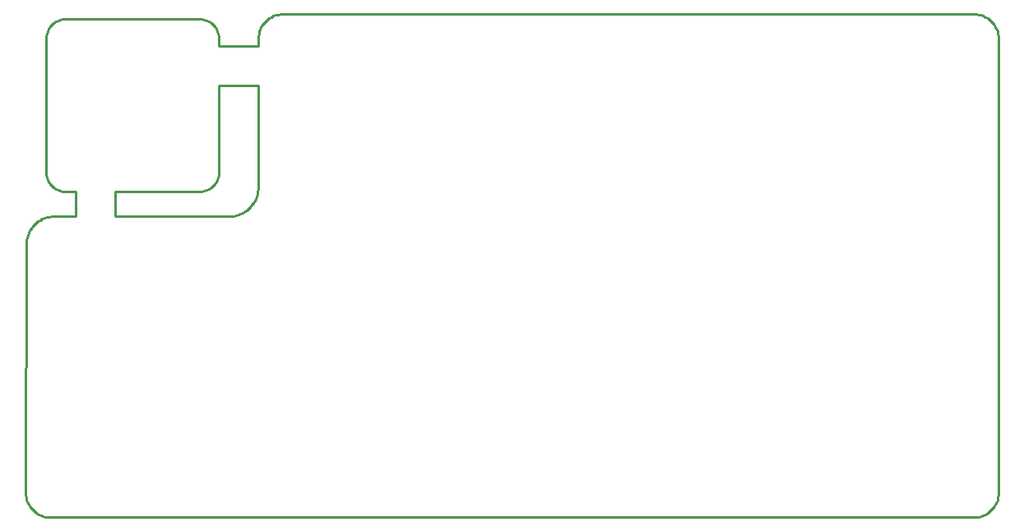
<source format=gko>
G04*
G04 #@! TF.GenerationSoftware,Altium Limited,Altium Designer,25.8.1 (18)*
G04*
G04 Layer_Color=16711935*
%FSLAX26Y26*%
%MOIN*%
G70*
G04*
G04 #@! TF.SameCoordinates,277DE813-E379-449B-8D7A-86A471DF349A*
G04*
G04*
G04 #@! TF.FilePolarity,Positive*
G04*
G01*
G75*
%ADD17C,0.010000*%
D17*
X-2878740Y1250000D02*
X-2868463Y1250674D01*
X-2858361Y1252683D01*
X-2848608Y1255994D01*
X-2839370Y1260549D01*
X-2830806Y1266271D01*
X-2823062Y1273062D01*
X-2816271Y1280806D01*
X-2810549Y1289370D01*
X-2805994Y1298608D01*
X-2802683Y1308361D01*
X-2800674Y1318463D01*
X-2800000Y1328740D01*
X-2759728Y1149541D02*
X-2749841Y1149950D01*
X-2740022Y1151174D01*
X-2730337Y1153205D01*
X-2720853Y1156029D01*
X-2711634Y1159626D01*
X-2702744Y1163972D01*
X-2694243Y1169037D01*
X-2686190Y1174787D01*
X-2678639Y1181183D01*
X-2671641Y1188180D01*
X-2665246Y1195731D01*
X-2659496Y1203785D01*
X-2654430Y1212285D01*
X-2650084Y1221176D01*
X-2646487Y1230394D01*
X-2643664Y1239878D01*
X-2641633Y1249563D01*
X-2640409Y1259383D01*
X-2640000Y1269270D01*
X-3421260Y1950000D02*
X-3431537Y1949326D01*
X-3441639Y1947317D01*
X-3451392Y1944006D01*
X-3460630Y1939451D01*
X-3469194Y1933729D01*
X-3476938Y1926938D01*
X-3483729Y1919194D01*
X-3489451Y1910630D01*
X-3494006Y1901392D01*
X-3497317Y1891639D01*
X-3499326Y1881537D01*
X-3500000Y1871260D01*
X-2800000D02*
X-2800674Y1881537D01*
X-2802683Y1891639D01*
X-2805994Y1901392D01*
X-2810549Y1910630D01*
X-2816271Y1919194D01*
X-2823062Y1926938D01*
X-2830806Y1933729D01*
X-2839370Y1939451D01*
X-2848608Y1944006D01*
X-2858361Y1947317D01*
X-2868463Y1949326D01*
X-2878740Y1950000D01*
X-3500000Y1328740D02*
X-3499326Y1318463D01*
X-3497317Y1308361D01*
X-3494006Y1298608D01*
X-3489451Y1289370D01*
X-3483729Y1280806D01*
X-3476938Y1273062D01*
X-3469194Y1266271D01*
X-3460630Y1260549D01*
X-3451392Y1255994D01*
X-3441639Y1252683D01*
X-3431537Y1250674D01*
X-3421260Y1250000D01*
X-3466406Y1150000D02*
X-3476400Y1149564D01*
X-3486317Y1148258D01*
X-3496083Y1146093D01*
X-3505623Y1143085D01*
X-3514865Y1139257D01*
X-3523738Y1134638D01*
X-3532174Y1129264D01*
X-3540110Y1123174D01*
X-3547485Y1116416D01*
X-3554243Y1109041D01*
X-3560333Y1101105D01*
X-3565707Y1092669D01*
X-3570326Y1083796D01*
X-3574154Y1074554D01*
X-3577162Y1065014D01*
X-3579327Y1055248D01*
X-3580633Y1045331D01*
X-3581069Y1035337D01*
X-2540000Y1970000D02*
X-2549802Y1969518D01*
X-2559509Y1968079D01*
X-2569028Y1965694D01*
X-2578268Y1962388D01*
X-2587140Y1958192D01*
X-2595557Y1953147D01*
X-2603439Y1947301D01*
X-2610711Y1940711D01*
X-2617301Y1933439D01*
X-2623147Y1925557D01*
X-2628192Y1917140D01*
X-2632388Y1908268D01*
X-2635694Y1899028D01*
X-2638079Y1889509D01*
X-2639519Y1879802D01*
X-2640000Y1870000D01*
X360000D02*
X359519Y1879802D01*
X358079Y1889509D01*
X355694Y1899028D01*
X352388Y1908268D01*
X348192Y1917140D01*
X343147Y1925557D01*
X337301Y1933439D01*
X330711Y1940711D01*
X323439Y1947301D01*
X315557Y1953147D01*
X307140Y1958192D01*
X298268Y1962388D01*
X289029Y1965694D01*
X279509Y1968079D01*
X269802Y1969518D01*
X260000Y1970000D01*
X-3582677Y30000D02*
X-3582196Y20198D01*
X-3580756Y10491D01*
X-3578371Y972D01*
X-3575065Y-8268D01*
X-3570869Y-17140D01*
X-3565824Y-25557D01*
X-3559978Y-33439D01*
X-3553388Y-40711D01*
X-3546117Y-47301D01*
X-3538234Y-53147D01*
X-3529817Y-58192D01*
X-3520945Y-62388D01*
X-3511706Y-65694D01*
X-3502186Y-68079D01*
X-3492479Y-69519D01*
X-3482677Y-70000D01*
X260000D02*
X269802Y-69519D01*
X279509Y-68079D01*
X289029Y-65694D01*
X298268Y-62388D01*
X307140Y-58192D01*
X315557Y-53147D01*
X323439Y-47301D01*
X330711Y-40711D01*
X337301Y-33439D01*
X343147Y-25557D01*
X348192Y-17140D01*
X352388Y-8268D01*
X355694Y972D01*
X358079Y10491D01*
X359519Y20198D01*
X360000Y30000D01*
X-3220000Y1150000D02*
Y1250000D01*
X-2640000Y1269270D02*
Y1680000D01*
X-3220000Y1250000D02*
X-2878740D01*
X-3220000Y1150000D02*
X-2760000D01*
X-2800000Y1328740D02*
Y1680000D01*
X-2640000D01*
X-3470000Y1150000D02*
X-3380000D01*
X-2640000Y1840000D02*
Y1870000D01*
X-2800000Y1840000D02*
Y1870000D01*
X-3420000Y1250000D02*
X-3380000D01*
X-3421260Y1950000D02*
X-2878740D01*
X-3500000Y1328740D02*
Y1871260D01*
X-3380000Y1150000D02*
Y1250000D01*
X-2800000Y1840000D02*
X-2640000D01*
X-2540000Y1970000D02*
X260000Y1970000D01*
X-3482677Y-70000D02*
X260000D01*
X-3582677Y30000D02*
X-3581061Y1035337D01*
X360000Y30000D02*
Y1870000D01*
M02*

</source>
